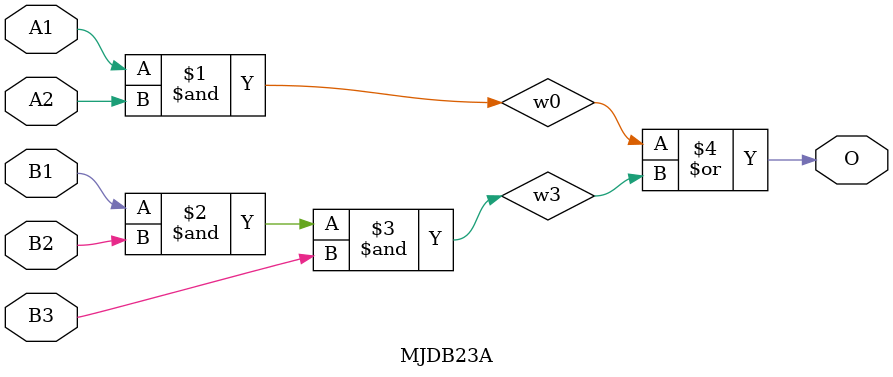
<source format=v>
module MJDB23A(A1, A2, B1, B2, B3, O);
input   A1;
input   A2;
input   B1;
input   B2;
input   B3;
output  O;
and g0(w0, A1, A2);
and g1(w3, B1, B2, B3);
or g2(O, w0, w3);
endmodule
</source>
